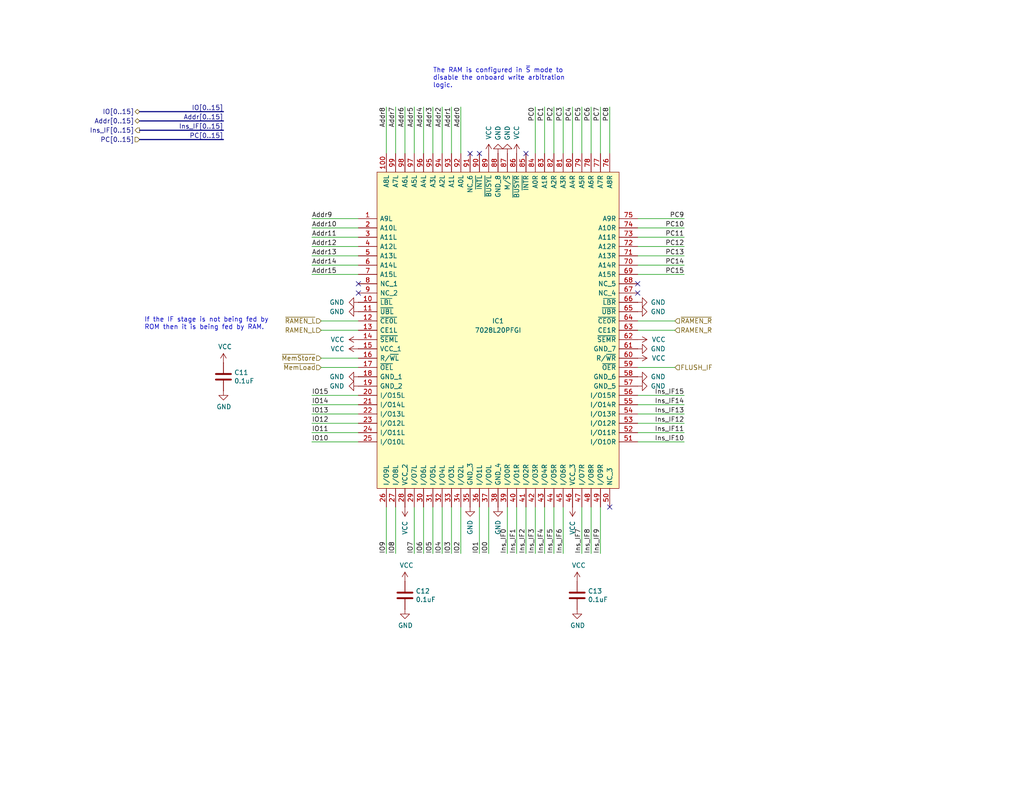
<source format=kicad_sch>
(kicad_sch (version 20250114) (generator "eeschema") (generator_version "9.0")
  (paper "USLetter")
  (title_block (title "Turtle16: RAM") (date "2025-07-22") (rev "A") (comment 3 "instruction on the second read port.") (comment 4 "RAM is implemented with a 64K x 16 dual port SRAM so that the IF stage can fetch an"))
  (lib_symbols
    (symbol "Device:C" (pin_numbers (hide yes)) (pin_names (offset 0.254))
      (property "Reference" "C" (at 0.635 2.54 0))
      (property "Value" "C" (at 0.635 -2.54 0))
      (symbol "C_0_1"
        (polyline (pts (xy -2.032 0.762) (xy 2.032 0.762)) (stroke (width 0.508)))
        (polyline (pts (xy -2.032 -0.762) (xy 2.032 -0.762)) (stroke (width 0.508)))
      )
      (symbol "C_1_1"
        (pin passive line (at 0 3.81 270) (length 2.794) (name "~") (number "1"))
        (pin passive line (at 0 -3.81 90) (length 2.794) (name "~") (number "2"))
      )
    )
    (symbol "Turtle16:7028L20PFGI" (pin_names (offset 0.762))
      (property "Reference" "U" (at 38.1 -27.94 0))
      (property "Value" "7028L20PFGI" (at 38.1 -30.48 0))
      (symbol "7028L20PFGI_0_0"
        (pin passive line (at 0 0 0) (length 5.08) (name "A9L") (number "1"))
        (pin passive line (at 0 -2.54 0) (length 5.08) (name "A10L") (number "2"))
        (pin passive line (at 0 -5.08 0) (length 5.08) (name "A11L") (number "3"))
        (pin passive line (at 0 -7.62 0) (length 5.08) (name "A12L") (number "4"))
        (pin passive line (at 0 -10.16 0) (length 5.08) (name "A13L") (number "5"))
        (pin passive line (at 0 -12.7 0) (length 5.08) (name "A14L") (number "6"))
        (pin passive line (at 0 -15.24 0) (length 5.08) (name "A15L") (number "7"))
        (pin passive line (at 0 -17.78 0) (length 5.08) (name "NC_1") (number "8"))
        (pin passive line (at 0 -20.32 0) (length 5.08) (name "NC_2") (number "9"))
        (pin passive line (at 0 -22.86 0) (length 5.08) (name "~{LBL}") (number "10"))
        (pin passive line (at 0 -25.4 0) (length 5.08) (name "~{UBL}") (number "11"))
        (pin passive line (at 0 -27.94 0) (length 5.08) (name "~{CE0L}") (number "12"))
        (pin passive line (at 0 -30.48 0) (length 5.08) (name "CE1L") (number "13"))
        (pin passive line (at 0 -33.02 0) (length 5.08) (name "~{SEML}") (number "14"))
        (pin passive line (at 0 -35.56 0) (length 5.08) (name "VCC_1") (number "15"))
        (pin passive line (at 0 -38.1 0) (length 5.08) (name "R/~{WL}") (number "16"))
        (pin passive line (at 0 -40.64 0) (length 5.08) (name "~{OEL}") (number "17"))
        (pin passive line (at 0 -43.18 0) (length 5.08) (name "GND_1") (number "18"))
        (pin passive line (at 0 -45.72 0) (length 5.08) (name "GND_2") (number "19"))
        (pin passive line (at 0 -48.26 0) (length 5.08) (name "I/O15L") (number "20"))
        (pin passive line (at 0 -50.8 0) (length 5.08) (name "I/O14L") (number "21"))
        (pin passive line (at 0 -53.34 0) (length 5.08) (name "I/O13L") (number "22"))
        (pin passive line (at 0 -55.88 0) (length 5.08) (name "I/O12L") (number "23"))
        (pin passive line (at 0 -58.42 0) (length 5.08) (name "I/O11L") (number "24"))
        (pin passive line (at 0 -60.96 0) (length 5.08) (name "I/O10L") (number "25"))
        (pin passive line (at 7.62 17.78 270) (length 5.08) (name "A8L") (number "100"))
        (pin passive line (at 7.62 -78.74 90) (length 5.08) (name "I/O9L") (number "26"))
        (pin passive line (at 10.16 17.78 270) (length 5.08) (name "A7L") (number "99"))
        (pin passive line (at 10.16 -78.74 90) (length 5.08) (name "I/O8L") (number "27"))
        (pin passive line (at 12.7 17.78 270) (length 5.08) (name "A6L") (number "98"))
        (pin passive line (at 12.7 -78.74 90) (length 5.08) (name "VCC_2") (number "28"))
        (pin passive line (at 15.24 17.78 270) (length 5.08) (name "A5L") (number "97"))
        (pin passive line (at 15.24 -78.74 90) (length 5.08) (name "I/O7L") (number "29"))
        (pin passive line (at 17.78 17.78 270) (length 5.08) (name "A4L") (number "96"))
        (pin passive line (at 17.78 -78.74 90) (length 5.08) (name "I/O6L") (number "30"))
        (pin passive line (at 20.32 17.78 270) (length 5.08) (name "A3L") (number "95"))
        (pin passive line (at 20.32 -78.74 90) (length 5.08) (name "I/O5L") (number "31"))
        (pin passive line (at 22.86 17.78 270) (length 5.08) (name "A2L") (number "94"))
        (pin passive line (at 22.86 -78.74 90) (length 5.08) (name "I/O4L") (number "32"))
        (pin passive line (at 25.4 17.78 270) (length 5.08) (name "A1L") (number "93"))
        (pin passive line (at 25.4 -78.74 90) (length 5.08) (name "I/O3L") (number "33"))
        (pin passive line (at 27.94 17.78 270) (length 5.08) (name "A0L") (number "92"))
        (pin passive line (at 27.94 -78.74 90) (length 5.08) (name "I/O2L") (number "34"))
        (pin passive line (at 30.48 17.78 270) (length 5.08) (name "NC_6") (number "91"))
        (pin passive line (at 30.48 -78.74 90) (length 5.08) (name "GND_3") (number "35"))
        (pin passive line (at 33.02 17.78 270) (length 5.08) (name "~{INTL}") (number "90"))
        (pin passive line (at 33.02 -78.74 90) (length 5.08) (name "I/O1L") (number "36"))
        (pin passive line (at 35.56 17.78 270) (length 5.08) (name "~{BUSYL}") (number "89"))
        (pin passive line (at 35.56 -78.74 90) (length 5.08) (name "I/O0L") (number "37"))
        (pin passive line (at 38.1 17.78 270) (length 5.08) (name "GND_8") (number "88"))
        (pin passive line (at 38.1 -78.74 90) (length 5.08) (name "GND_4") (number "38"))
        (pin passive line (at 40.64 17.78 270) (length 5.08) (name "M/~{S}") (number "87"))
        (pin passive line (at 40.64 -78.74 90) (length 5.08) (name "I/O0R") (number "39"))
        (pin passive line (at 43.18 17.78 270) (length 5.08) (name "~{BUSYR}") (number "86"))
        (pin passive line (at 43.18 -78.74 90) (length 5.08) (name "I/O1R") (number "40"))
        (pin passive line (at 45.72 17.78 270) (length 5.08) (name "~{INTR}") (number "85"))
        (pin passive line (at 45.72 -78.74 90) (length 5.08) (name "I/O2R") (number "41"))
        (pin passive line (at 48.26 17.78 270) (length 5.08) (name "A0R") (number "84"))
        (pin passive line (at 48.26 -78.74 90) (length 5.08) (name "I/O3R") (number "42"))
        (pin passive line (at 50.8 17.78 270) (length 5.08) (name "A1R") (number "83"))
        (pin passive line (at 50.8 -78.74 90) (length 5.08) (name "I/O4R") (number "43"))
        (pin passive line (at 53.34 17.78 270) (length 5.08) (name "A2R") (number "82"))
        (pin passive line (at 53.34 -78.74 90) (length 5.08) (name "I/O5R") (number "44"))
        (pin passive line (at 55.88 17.78 270) (length 5.08) (name "A3R") (number "81"))
        (pin passive line (at 55.88 -78.74 90) (length 5.08) (name "I/O6R") (number "45"))
        (pin passive line (at 58.42 17.78 270) (length 5.08) (name "A4R") (number "80"))
        (pin passive line (at 58.42 -78.74 90) (length 5.08) (name "VCC_3") (number "46"))
        (pin passive line (at 60.96 17.78 270) (length 5.08) (name "A5R") (number "79"))
        (pin passive line (at 60.96 -78.74 90) (length 5.08) (name "I/O7R") (number "47"))
        (pin passive line (at 63.5 17.78 270) (length 5.08) (name "A6R") (number "78"))
        (pin passive line (at 63.5 -78.74 90) (length 5.08) (name "I/O8R") (number "48"))
        (pin passive line (at 66.04 17.78 270) (length 5.08) (name "A7R") (number "77"))
        (pin passive line (at 66.04 -78.74 90) (length 5.08) (name "I/O9R") (number "49"))
        (pin passive line (at 68.58 17.78 270) (length 5.08) (name "A8R") (number "76"))
        (pin passive line (at 68.58 -78.74 90) (length 5.08) (name "NC_3") (number "50"))
        (pin passive line (at 76.2 0 180) (length 5.08) (name "A9R") (number "75"))
        (pin passive line (at 76.2 -2.54 180) (length 5.08) (name "A10R") (number "74"))
        (pin passive line (at 76.2 -5.08 180) (length 5.08) (name "A11R") (number "73"))
        (pin passive line (at 76.2 -7.62 180) (length 5.08) (name "A12R") (number "72"))
        (pin passive line (at 76.2 -10.16 180) (length 5.08) (name "A13R") (number "71"))
        (pin passive line (at 76.2 -12.7 180) (length 5.08) (name "A14R") (number "70"))
        (pin passive line (at 76.2 -15.24 180) (length 5.08) (name "A15R") (number "69"))
        (pin passive line (at 76.2 -17.78 180) (length 5.08) (name "NC_5") (number "68"))
        (pin passive line (at 76.2 -20.32 180) (length 5.08) (name "NC_4") (number "67"))
        (pin passive line (at 76.2 -22.86 180) (length 5.08) (name "~{LBR}") (number "66"))
        (pin passive line (at 76.2 -25.4 180) (length 5.08) (name "~{UBR}") (number "65"))
        (pin passive line (at 76.2 -27.94 180) (length 5.08) (name "~{CE0R}") (number "64"))
        (pin passive line (at 76.2 -30.48 180) (length 5.08) (name "CE1R") (number "63"))
        (pin passive line (at 76.2 -33.02 180) (length 5.08) (name "~{SEMR}") (number "62"))
        (pin passive line (at 76.2 -35.56 180) (length 5.08) (name "GND_7") (number "61"))
        (pin passive line (at 76.2 -38.1 180) (length 5.08) (name "R/~{WR}") (number "60"))
        (pin passive line (at 76.2 -40.64 180) (length 5.08) (name "~{OER}") (number "59"))
        (pin passive line (at 76.2 -43.18 180) (length 5.08) (name "GND_6") (number "58"))
        (pin passive line (at 76.2 -45.72 180) (length 5.08) (name "GND_5") (number "57"))
        (pin passive line (at 76.2 -48.26 180) (length 5.08) (name "I/O15R") (number "56"))
        (pin passive line (at 76.2 -50.8 180) (length 5.08) (name "I/O14R") (number "55"))
        (pin passive line (at 76.2 -53.34 180) (length 5.08) (name "I/O13R") (number "54"))
        (pin passive line (at 76.2 -55.88 180) (length 5.08) (name "I/O12R") (number "53"))
        (pin passive line (at 76.2 -58.42 180) (length 5.08) (name "I/O11R") (number "52"))
        (pin passive line (at 76.2 -60.96 180) (length 5.08) (name "I/O10R") (number "51"))
      )
      (symbol "7028L20PFGI_0_1"
        (polyline (pts (xy 5.08 12.7) (xy 71.12 12.7) (xy 71.12 -73.66) (xy 5.08 -73.66) (xy 5.08 12.7)) (stroke (width 0.1524)) (fill (type background)))
      )
    )
    (symbol "power:GND" (power) (pin_numbers (hide yes)) (pin_names (offset 0) (hide yes))
      (property "Value" "GND" (at 0 -3.81 0))
      (symbol "GND_0_1"
        (polyline (pts (xy 0 0) (xy 0 -1.27) (xy 1.27 -1.27) (xy 0 -2.54) (xy -1.27 -1.27) (xy 0 -1.27)))
      )
      (symbol "GND_1_1"
        (pin power_in line (at 0 0 270) (length 0) (name "~") (number "1"))
      )
    )
    (symbol "power:VCC" (power) (pin_numbers (hide yes)) (pin_names (offset 0) (hide yes))
      (property "Value" "VCC" (at 0 3.556 0))
      (symbol "VCC_0_1"
        (polyline (pts (xy -0.762 1.27) (xy 0 2.54)))
        (polyline (pts (xy 0 2.54) (xy 0.762 1.27)))
        (polyline (pts (xy 0 0) (xy 0 2.54)))
      )
      (symbol "VCC_1_1"
        (pin power_in line (at 0 0 90) (length 0) (name "~") (number "1"))
      )
    )
  )
  (text "The RAM is configured in ~{S} mode to\ndisable the onboard write arbitration\nlogic." (at 118.11 24.13 0) (effects (font (size 1.27 1.27)) (justify left bottom)))
  (text "If the IF stage is not being fed by\nROM then it is being fed by RAM." (at 39.37 90.17 0) (effects (font (size 1.27 1.27)) (justify left bottom)))
  (no_connect (at 143.51 41.91))
  (no_connect (at 130.81 41.91))
  (no_connect (at 97.79 77.47))
  (no_connect (at 97.79 80.01))
  (no_connect (at 166.37 138.43))
  (no_connect (at 128.27 41.91))
  (no_connect (at 173.99 77.47))
  (no_connect (at 173.99 80.01))
  (wire (pts (xy 166.37 29.21) (xy 166.37 41.91)))
  (wire (pts (xy 186.69 120.65) (xy 173.99 120.65)))
  (wire (pts (xy 85.09 107.95) (xy 97.79 107.95)))
  (wire (pts (xy 184.15 87.63) (xy 173.99 87.63)))
  (wire (pts (xy 120.65 151.13) (xy 120.65 138.43)))
  (wire (pts (xy 130.81 151.13) (xy 130.81 138.43)))
  (wire (pts (xy 153.67 151.13) (xy 153.67 138.43)))
  (wire (pts (xy 110.49 29.21) (xy 110.49 41.91)))
  (wire (pts (xy 118.11 151.13) (xy 118.11 138.43)))
  (bus (pts (xy 38.1 35.56) (xy 60.96 35.56)))
  (wire (pts (xy 105.41 29.21) (xy 105.41 41.91)))
  (wire (pts (xy 153.67 29.21) (xy 153.67 41.91)))
  (wire (pts (xy 148.59 29.21) (xy 148.59 41.91)))
  (wire (pts (xy 186.69 118.11) (xy 173.99 118.11)))
  (wire (pts (xy 85.09 62.23) (xy 97.79 62.23)))
  (wire (pts (xy 85.09 72.39) (xy 97.79 72.39)))
  (wire (pts (xy 85.09 113.03) (xy 97.79 113.03)))
  (wire (pts (xy 115.57 151.13) (xy 115.57 138.43)))
  (wire (pts (xy 186.69 72.39) (xy 173.99 72.39)))
  (wire (pts (xy 161.29 151.13) (xy 161.29 138.43)))
  (wire (pts (xy 158.75 29.21) (xy 158.75 41.91)))
  (wire (pts (xy 85.09 67.31) (xy 97.79 67.31)))
  (wire (pts (xy 186.69 69.85) (xy 173.99 69.85)))
  (wire (pts (xy 186.69 64.77) (xy 173.99 64.77)))
  (wire (pts (xy 186.69 74.93) (xy 173.99 74.93)))
  (wire (pts (xy 133.35 151.13) (xy 133.35 138.43)))
  (wire (pts (xy 107.95 151.13) (xy 107.95 138.43)))
  (wire (pts (xy 115.57 29.21) (xy 115.57 41.91)))
  (wire (pts (xy 87.63 90.17) (xy 97.79 90.17)))
  (wire (pts (xy 163.83 151.13) (xy 163.83 138.43)))
  (wire (pts (xy 85.09 115.57) (xy 97.79 115.57)))
  (wire (pts (xy 156.21 29.21) (xy 156.21 41.91)))
  (wire (pts (xy 85.09 64.77) (xy 97.79 64.77)))
  (wire (pts (xy 123.19 29.21) (xy 123.19 41.91)))
  (wire (pts (xy 118.11 29.21) (xy 118.11 41.91)))
  (wire (pts (xy 184.15 90.17) (xy 173.99 90.17)))
  (wire (pts (xy 186.69 62.23) (xy 173.99 62.23)))
  (wire (pts (xy 186.69 115.57) (xy 173.99 115.57)))
  (wire (pts (xy 107.95 29.21) (xy 107.95 41.91)))
  (wire (pts (xy 186.69 67.31) (xy 173.99 67.31)))
  (wire (pts (xy 158.75 151.13) (xy 158.75 138.43)))
  (wire (pts (xy 113.03 151.13) (xy 113.03 138.43)))
  (bus (pts (xy 38.1 38.1) (xy 60.96 38.1)))
  (wire (pts (xy 186.69 107.95) (xy 173.99 107.95)))
  (wire (pts (xy 85.09 120.65) (xy 97.79 120.65)))
  (wire (pts (xy 123.19 151.13) (xy 123.19 138.43)))
  (wire (pts (xy 161.29 29.21) (xy 161.29 41.91)))
  (wire (pts (xy 151.13 29.21) (xy 151.13 41.91)))
  (wire (pts (xy 85.09 74.93) (xy 97.79 74.93)))
  (wire (pts (xy 105.41 151.13) (xy 105.41 138.43)))
  (wire (pts (xy 87.63 97.79) (xy 97.79 97.79)))
  (wire (pts (xy 163.83 29.21) (xy 163.83 41.91)))
  (wire (pts (xy 148.59 151.13) (xy 148.59 138.43)))
  (wire (pts (xy 140.97 151.13) (xy 140.97 138.43)))
  (wire (pts (xy 113.03 29.21) (xy 113.03 41.91)))
  (wire (pts (xy 186.69 110.49) (xy 173.99 110.49)))
  (wire (pts (xy 125.73 29.21) (xy 125.73 41.91)))
  (wire (pts (xy 85.09 118.11) (xy 97.79 118.11)))
  (wire (pts (xy 146.05 29.21) (xy 146.05 41.91)))
  (wire (pts (xy 120.65 29.21) (xy 120.65 41.91)))
  (wire (pts (xy 85.09 69.85) (xy 97.79 69.85)))
  (wire (pts (xy 143.51 151.13) (xy 143.51 138.43)))
  (wire (pts (xy 85.09 110.49) (xy 97.79 110.49)))
  (wire (pts (xy 151.13 151.13) (xy 151.13 138.43)))
  (wire (pts (xy 146.05 151.13) (xy 146.05 138.43)))
  (wire (pts (xy 184.15 100.33) (xy 173.99 100.33)))
  (bus (pts (xy 38.1 30.48) (xy 60.96 30.48)))
  (wire (pts (xy 125.73 151.13) (xy 125.73 138.43)))
  (wire (pts (xy 87.63 100.33) (xy 97.79 100.33)))
  (bus (pts (xy 38.1 33.02) (xy 60.96 33.02)))
  (wire (pts (xy 87.63 87.63) (xy 97.79 87.63)))
  (wire (pts (xy 186.69 113.03) (xy 173.99 113.03)))
  (wire (pts (xy 85.09 59.69) (xy 97.79 59.69)))
  (wire (pts (xy 186.69 59.69) (xy 173.99 59.69)))
  (wire (pts (xy 138.43 151.13) (xy 138.43 138.43)))
  (label "Ins_IF8" (at 161.29 151.13 90))
  (label "Ins_IF1" (at 140.97 151.13 90))
  (label "Addr0" (at 125.73 29.21 270))
  (label "IO0" (at 133.35 151.13 90))
  (label "Ins_IF4" (at 148.59 151.13 90))
  (label "PC1" (at 148.59 29.21 270))
  (label "IO5" (at 118.11 151.13 90))
  (label "Ins_IF7" (at 158.75 151.13 90))
  (label "IO2" (at 125.73 151.13 90))
  (label "Addr2" (at 120.65 29.21 270))
  (label "IO[0..15]" (at 60.96 30.48 180))
  (label "Ins_IF3" (at 146.05 151.13 90))
  (label "Ins_IF14" (at 186.69 110.49 180))
  (label "Ins_IF6" (at 153.67 151.13 90))
  (label "Ins_IF11" (at 186.69 118.11 180))
  (label "IO14" (at 85.09 110.49 0))
  (label "PC7" (at 163.83 29.21 270))
  (label "PC13" (at 186.69 69.85 180))
  (label "PC15" (at 186.69 74.93 180))
  (label "Ins_IF12" (at 186.69 115.57 180))
  (label "Addr9" (at 85.09 59.69 0))
  (label "Addr6" (at 110.49 29.21 270))
  (label "Addr13" (at 85.09 69.85 0))
  (label "PC[0..15]" (at 60.96 38.1 180))
  (label "Addr7" (at 107.95 29.21 270))
  (label "IO13" (at 85.09 113.03 0))
  (label "PC4" (at 156.21 29.21 270))
  (label "Ins_IF15" (at 186.69 107.95 180))
  (label "Addr14" (at 85.09 72.39 0))
  (label "Addr11" (at 85.09 64.77 0))
  (label "Ins_IF0" (at 138.43 151.13 90))
  (label "IO1" (at 130.81 151.13 90))
  (label "IO15" (at 85.09 107.95 0))
  (label "Ins_IF[0..15]" (at 60.96 35.56 180))
  (label "Addr15" (at 85.09 74.93 0))
  (label "PC9" (at 186.69 59.69 180))
  (label "Ins_IF2" (at 143.51 151.13 90))
  (label "Ins_IF10" (at 186.69 120.65 180))
  (label "IO8" (at 107.95 151.13 90))
  (label "IO6" (at 115.57 151.13 90))
  (label "Ins_IF5" (at 151.13 151.13 90))
  (label "Ins_IF9" (at 163.83 151.13 90))
  (label "PC5" (at 158.75 29.21 270))
  (label "IO7" (at 113.03 151.13 90))
  (label "Addr12" (at 85.09 67.31 0))
  (label "Addr1" (at 123.19 29.21 270))
  (label "Addr10" (at 85.09 62.23 0))
  (label "IO11" (at 85.09 118.11 0))
  (label "PC2" (at 151.13 29.21 270))
  (label "PC0" (at 146.05 29.21 270))
  (label "PC6" (at 161.29 29.21 270))
  (label "Ins_IF13" (at 186.69 113.03 180))
  (label "IO4" (at 120.65 151.13 90))
  (label "PC10" (at 186.69 62.23 180))
  (label "Addr3" (at 118.11 29.21 270))
  (label "PC3" (at 153.67 29.21 270))
  (label "PC14" (at 186.69 72.39 180))
  (label "IO12" (at 85.09 115.57 0))
  (label "Addr[0..15]" (at 60.96 33.02 180))
  (label "Addr4" (at 115.57 29.21 270))
  (label "Addr5" (at 113.03 29.21 270))
  (label "PC11" (at 186.69 64.77 180))
  (label "Addr8" (at 105.41 29.21 270))
  (label "IO3" (at 123.19 151.13 90))
  (label "PC12" (at 186.69 67.31 180))
  (label "PC8" (at 166.37 29.21 270))
  (label "IO9" (at 105.41 151.13 90))
  (label "IO10" (at 85.09 120.65 0))
  (hierarchical_label "~{RAMEN_R}" (shape input) (at 184.15 87.63 0))
  (hierarchical_label "IO[0..15]" (shape tri_state) (at 38.1 30.48 180))
  (hierarchical_label "RAMEN_R" (shape input) (at 184.15 90.17 0))
  (hierarchical_label "PC[0..15]" (shape input) (at 38.1 38.1 180))
  (hierarchical_label "FLUSH_IF" (shape input) (at 184.15 100.33 0))
  (hierarchical_label "~{RAMEN_L}" (shape input) (at 87.63 87.63 180))
  (hierarchical_label "Addr[0..15]" (shape tri_state) (at 38.1 33.02 180))
  (hierarchical_label "RAMEN_L" (shape input) (at 87.63 90.17 180))
  (hierarchical_label "Ins_IF[0..15]" (shape output) (at 38.1 35.56 180))
  (hierarchical_label "~{MemStore}" (shape input) (at 87.63 97.79 180))
  (hierarchical_label "~{MemLoad}" (shape input) (at 87.63 100.33 180))
  (symbol (lib_id "power:GND") (at 135.89 138.43 0) (unit 1)
    (property "Reference" "#PWR072" (effects (hide yes)))
    (property "Value" "GND" (at 135.89 146.05 90) (effects (justify left)))
    (property "Description" "Power symbol creates a global label with name \"GND\" , ground" (effects (hide yes)))
  )
  (symbol (lib_id "power:VCC") (at 156.21 138.43 0) (mirror x) (unit 1)
    (property "Reference" "#PWR075" (effects (hide yes)))
    (property "Value" "VCC" (at 156.21 146.05 90) (effects (justify right)))
    (property "Description" "Power symbol creates a global label with name \"VCC\"" (effects (hide yes)))
  )
  (symbol (lib_id "power:VCC") (at 133.35 41.91 0) (mirror y) (unit 1)
    (property "Reference" "#PWR070" (effects (hide yes)))
    (property "Value" "VCC" (at 133.35 34.29 90) (effects (justify right)))
    (property "Description" "Power symbol creates a global label with name \"VCC\"" (effects (hide yes)))
  )
  (symbol (lib_id "power:GND") (at 173.99 95.25 90) (unit 1)
    (property "Reference" "#PWR081" (effects (hide yes)))
    (property "Value" "GND" (at 181.61 95.25 90) (effects (justify left)))
    (property "Description" "Power symbol creates a global label with name \"GND\" , ground" (effects (hide yes)))
  )
  (symbol (lib_id "power:GND") (at 60.96 106.68 0) (unit 1)
    (property "Reference" "#PWR059" (effects (hide yes)))
    (property "Value" "GND" (at 61.087 111.0742 0))
    (property "Description" "Power symbol creates a global label with name \"GND\" , ground" (effects (hide yes)))
  )
  (symbol (lib_id "Device:C") (at 157.48 162.56 0) (unit 1)
    (property "Reference" "C13" (at 160.401 161.3916 0) (effects (justify left)))
    (property "Value" "0.1uF" (at 160.401 163.703 0) (effects (justify left)))
    (property "Footprint" "Capacitor_SMD:C_0603_1608Metric" (effects (hide yes)))
    (property "Datasheet" "https://www.mouser.com/datasheet/2/396/taiyo_yuden_12132018_mlcc11_hq_e-1510082.pdf" (effects (hide yes)))
    (property "Manufacturer" "Taiyo Yuden" (effects (hide yes)))
    (property "Manufacturer#" "EMK107B7104KAHT" (effects (hide yes)))
    (property "Mouser#" "963-EMK107B7104KAHT" (effects (hide yes)))
    (property "Digikey#" "587-6004-1-ND" (effects (hide yes)))
  )
  (symbol (lib_id "Device:C") (at 60.96 102.87 0) (unit 1)
    (property "Reference" "C11" (at 63.881 101.7016 0) (effects (justify left)))
    (property "Value" "0.1uF" (at 63.881 104.013 0) (effects (justify left)))
    (property "Footprint" "Capacitor_SMD:C_0603_1608Metric" (effects (hide yes)))
    (property "Datasheet" "https://www.mouser.com/datasheet/2/396/taiyo_yuden_12132018_mlcc11_hq_e-1510082.pdf" (effects (hide yes)))
    (property "Manufacturer" "Taiyo Yuden" (effects (hide yes)))
    (property "Manufacturer#" "EMK107B7104KAHT" (effects (hide yes)))
    (property "Mouser#" "963-EMK107B7104KAHT" (effects (hide yes)))
    (property "Digikey#" "587-6004-1-ND" (effects (hide yes)))
  )
  (symbol (lib_id "power:VCC") (at 173.99 92.71 270) (mirror x) (unit 1)
    (property "Reference" "#PWR080" (effects (hide yes)))
    (property "Value" "VCC" (at 177.8 92.7099 90) (effects (justify left)))
    (property "Description" "Power symbol creates a global label with name \"VCC\"" (effects (hide yes)))
  )
  (symbol (lib_id "power:VCC") (at 97.79 92.71 90) (mirror x) (unit 1)
    (property "Reference" "#PWR062" (effects (hide yes)))
    (property "Value" "VCC" (at 90.17 92.71 90) (effects (justify right)))
    (property "Description" "Power symbol creates a global label with name \"VCC\"" (effects (hide yes)))
  )
  (symbol (lib_id "power:VCC") (at 97.79 95.25 90) (mirror x) (unit 1)
    (property "Reference" "#PWR063" (effects (hide yes)))
    (property "Value" "VCC" (at 90.17 95.25 90) (effects (justify right)))
    (property "Description" "Power symbol creates a global label with name \"VCC\"" (effects (hide yes)))
  )
  (symbol (lib_id "power:GND") (at 173.99 82.55 90) (unit 1)
    (property "Reference" "#PWR078" (effects (hide yes)))
    (property "Value" "GND" (at 181.61 82.55 90) (effects (justify left)))
    (property "Description" "Power symbol creates a global label with name \"GND\" , ground" (effects (hide yes)))
  )
  (symbol (lib_id "power:GND") (at 173.99 102.87 90) (unit 1)
    (property "Reference" "#PWR083" (effects (hide yes)))
    (property "Value" "GND" (at 181.61 102.87 90) (effects (justify left)))
    (property "Description" "Power symbol creates a global label with name \"GND\" , ground" (effects (hide yes)))
  )
  (symbol (lib_id "power:GND") (at 110.49 166.37 0) (unit 1)
    (property "Reference" "#PWR068" (effects (hide yes)))
    (property "Value" "GND" (at 110.617 170.7642 0))
    (property "Description" "Power symbol creates a global label with name \"GND\" , ground" (effects (hide yes)))
  )
  (symbol (lib_id "power:VCC") (at 110.49 158.75 0) (unit 1)
    (property "Reference" "#PWR067" (effects (hide yes)))
    (property "Value" "VCC" (at 110.9218 154.3558 0))
    (property "Description" "Power symbol creates a global label with name \"VCC\"" (effects (hide yes)))
  )
  (symbol (lib_id "power:GND") (at 97.79 102.87 270) (unit 1)
    (property "Reference" "#PWR064" (effects (hide yes)))
    (property "Value" "GND" (at 93.98 102.8699 90) (effects (justify right)))
    (property "Description" "Power symbol creates a global label with name \"GND\" , ground" (effects (hide yes)))
  )
  (symbol (lib_id "Turtle16:7028L20PFGI") (at 97.79 59.69 0) (unit 1)
    (property "Reference" "IC1" (at 135.89 87.63 0))
    (property "Value" "7028L20PFGI" (at 135.89 90.17 0))
    (property "Footprint" "Package_QFP:TQFP-100_14x14mm_P0.5mm" (effects (hide yes)))
    (property "Datasheet" "https://www.idt.com/document/dst/7028-data-sheet" (effects (hide yes)))
    (property "Manufacturer" "Renesas Electronics Corporation" (effects (hide yes)))
    (property "Manufacturer#" "7028L20PFGI" (effects (hide yes)))
    (property "Mouser#" "972-7028L20PFGI" (effects (hide yes)))
    (property "Digikey#" "800-3936-ND" (effects (hide yes)))
  )
  (symbol (lib_id "power:VCC") (at 140.97 41.91 0) (mirror y) (unit 1)
    (property "Reference" "#PWR074" (effects (hide yes)))
    (property "Value" "VCC" (at 140.97 34.29 90) (effects (justify right)))
    (property "Description" "Power symbol creates a global label with name \"VCC\"" (effects (hide yes)))
  )
  (symbol (lib_id "power:GND") (at 97.79 82.55 270) (unit 1)
    (property "Reference" "#PWR060" (effects (hide yes)))
    (property "Value" "GND" (at 93.98 82.5499 90) (effects (justify right)))
    (property "Description" "Power symbol creates a global label with name \"GND\" , ground" (effects (hide yes)))
  )
  (symbol (lib_id "power:GND") (at 157.48 166.37 0) (unit 1)
    (property "Reference" "#PWR077" (effects (hide yes)))
    (property "Value" "GND" (at 157.607 170.7642 0))
    (property "Description" "Power symbol creates a global label with name \"GND\" , ground" (effects (hide yes)))
  )
  (symbol (lib_id "power:GND") (at 97.79 105.41 270) (unit 1)
    (property "Reference" "#PWR065" (effects (hide yes)))
    (property "Value" "GND" (at 93.98 105.4099 90) (effects (justify right)))
    (property "Description" "Power symbol creates a global label with name \"GND\" , ground" (effects (hide yes)))
  )
  (symbol (lib_id "power:VCC") (at 110.49 138.43 0) (mirror x) (unit 1)
    (property "Reference" "#PWR066" (effects (hide yes)))
    (property "Value" "VCC" (at 110.49 146.05 90) (effects (justify right)))
    (property "Description" "Power symbol creates a global label with name \"VCC\"" (effects (hide yes)))
  )
  (symbol (lib_id "power:GND") (at 135.89 41.91 180) (unit 1)
    (property "Reference" "#PWR071" (effects (hide yes)))
    (property "Value" "GND" (at 135.89 34.29 90) (effects (justify left)))
    (property "Description" "Power symbol creates a global label with name \"GND\" , ground" (effects (hide yes)))
  )
  (symbol (lib_id "power:VCC") (at 173.99 97.79 270) (mirror x) (unit 1)
    (property "Reference" "#PWR082" (effects (hide yes)))
    (property "Value" "VCC" (at 177.8 97.7899 90) (effects (justify left)))
    (property "Description" "Power symbol creates a global label with name \"VCC\"" (effects (hide yes)))
  )
  (symbol (lib_id "Device:C") (at 110.49 162.56 0) (unit 1)
    (property "Reference" "C12" (at 113.411 161.3916 0) (effects (justify left)))
    (property "Value" "0.1uF" (at 113.411 163.703 0) (effects (justify left)))
    (property "Footprint" "Capacitor_SMD:C_0603_1608Metric" (effects (hide yes)))
    (property "Datasheet" "https://www.mouser.com/datasheet/2/396/taiyo_yuden_12132018_mlcc11_hq_e-1510082.pdf" (effects (hide yes)))
    (property "Manufacturer" "Taiyo Yuden" (effects (hide yes)))
    (property "Manufacturer#" "EMK107B7104KAHT" (effects (hide yes)))
    (property "Mouser#" "963-EMK107B7104KAHT" (effects (hide yes)))
    (property "Digikey#" "587-6004-1-ND" (effects (hide yes)))
  )
  (symbol (lib_id "power:GND") (at 97.79 85.09 270) (unit 1)
    (property "Reference" "#PWR061" (effects (hide yes)))
    (property "Value" "GND" (at 93.98 85.0899 90) (effects (justify right)))
    (property "Description" "Power symbol creates a global label with name \"GND\" , ground" (effects (hide yes)))
  )
  (symbol (lib_id "power:VCC") (at 157.48 158.75 0) (unit 1)
    (property "Reference" "#PWR076" (effects (hide yes)))
    (property "Value" "VCC" (at 157.9118 154.3558 0))
    (property "Description" "Power symbol creates a global label with name \"VCC\"" (effects (hide yes)))
  )
  (symbol (lib_id "power:VCC") (at 60.96 99.06 0) (unit 1)
    (property "Reference" "#PWR058" (effects (hide yes)))
    (property "Value" "VCC" (at 61.3918 94.6658 0))
    (property "Description" "Power symbol creates a global label with name \"VCC\"" (effects (hide yes)))
  )
  (symbol (lib_id "power:GND") (at 173.99 105.41 90) (unit 1)
    (property "Reference" "#PWR084" (effects (hide yes)))
    (property "Value" "GND" (at 181.61 105.41 90) (effects (justify left)))
    (property "Description" "Power symbol creates a global label with name \"GND\" , ground" (effects (hide yes)))
  )
  (symbol (lib_id "power:GND") (at 138.43 41.91 180) (unit 1)
    (property "Reference" "#PWR073" (effects (hide yes)))
    (property "Value" "GND" (at 138.43 34.29 90) (effects (justify left)))
    (property "Description" "Power symbol creates a global label with name \"GND\" , ground" (effects (hide yes)))
  )
  (symbol (lib_id "power:GND") (at 173.99 85.09 90) (unit 1)
    (property "Reference" "#PWR079" (effects (hide yes)))
    (property "Value" "GND" (at 181.61 85.09 90) (effects (justify left)))
    (property "Description" "Power symbol creates a global label with name \"GND\" , ground" (effects (hide yes)))
  )
  (symbol (lib_id "power:GND") (at 128.27 138.43 0) (unit 1)
    (property "Reference" "#PWR069" (effects (hide yes)))
    (property "Value" "GND" (at 128.27 146.05 90) (effects (justify left)))
    (property "Description" "Power symbol creates a global label with name \"GND\" , ground" (effects (hide yes)))
  )
)
</source>
